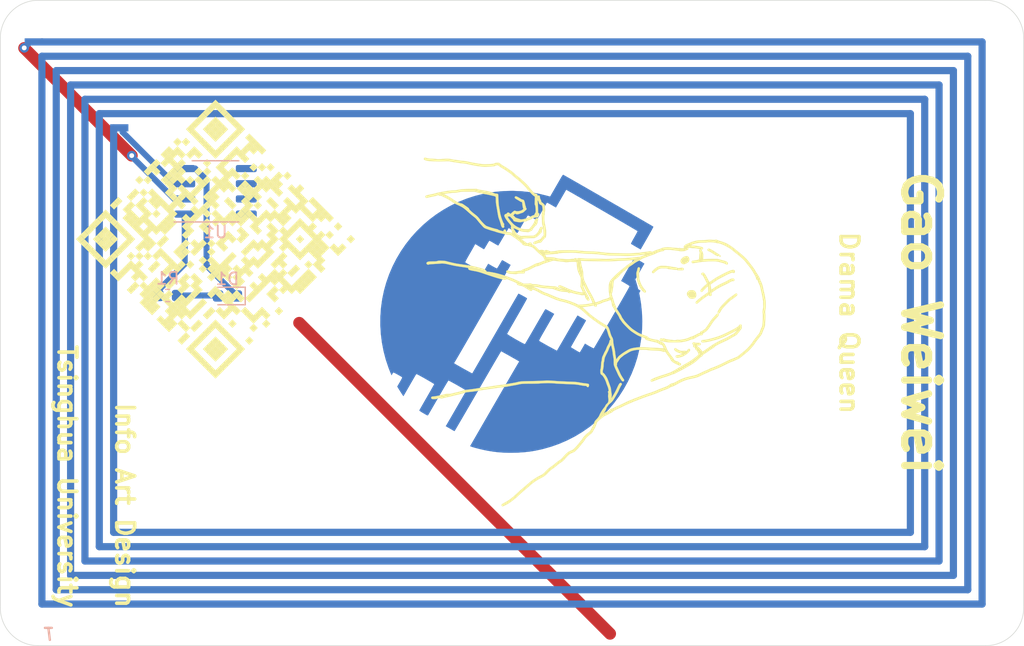
<source format=kicad_pcb>
(kicad_pcb (version 20171130) (host pcbnew "(5.1.9)-1")
  (layers (0 F.Cu signal) (31 B.Cu signal) (34 B.Paste user) (35 F.Paste user) (36 B.SilkS user) (37 F.SilkS user) (38 B.Mask user) (39 F.Mask user) (44 Edge.Cuts user))
  (net 0 "")
  (net 1 "Net-(AE1-Pad2)")
  (net 2 GND)
  (net 3 "Net-(D1-Pad2)")
  (net 4 +3V3)
  (net 5 "Net-(AE1-Pad1)")
  (net 6 "Net-(U1-Pad8)")
  (net 7 "Net-(U1-Pad7)")
  (net 8 "Net-(U1-Pad6)")
  (net 9 "Net-(U1-Pad5)")
  (module Avatars:11高玮蔚 (layer F.Cu) (at 151.86 73.01 270)
    (fp_text reference G*** hide)
    (fp_text value LOGO hide)
  )
  (module Card:FutureInteractionDisconnect (layer B.Cu) (at 142.8 73.01)
    (fp_text reference G*** hide)
    (fp_text value LOGO hide)
    (fp_poly (pts (xy 0.476798 10.843159) (xy 0.984689 10.811521) (xy 1.474558 10.756716) (xy 1.960792 10.677047) (xy 2.457777 10.570817) (xy 2.578206 10.541687) (xy 3.286119 10.341214) (xy 3.97344 10.095386) (xy 4.638474 9.805974) (xy 5.279524 9.474753) (xy 5.894894 9.103496) (xy 6.482888 8.693976) (xy 7.04181 8.247968) (xy 7.569964 7.767244) (xy 8.065655 7.253579) (xy 8.527185 6.708745) (xy 8.952859 6.134517) (xy 9.340981 5.532667) (xy 9.689855 4.90497) (xy 9.997785 4.253199) (xy 10.263075 3.579127) (xy 10.484028 2.884529) (xy 10.658949 2.171177) (xy 10.67963 2.0701) (xy 10.801638 1.330457) (xy 10.873378 0.58695) (xy 10.894846 -0.158117) (xy 10.866035 -0.902439) (xy 10.78694 -1.643714) (xy 10.690058 -2.219732) (xy 10.635958 -2.496365) (xy 10.687195 -2.601827) (xy 10.738433 -2.707288) (xy 10.642725 -2.76237) (xy 10.57361 -2.813266) (xy 10.538395 -2.874747) (xy 10.529264 -2.912089) (xy 10.51508 -2.972243) (xy 10.489173 -3.068151) (xy 10.455095 -3.187118) (xy 10.416403 -3.316451) (xy 10.412243 -3.330031) (xy 10.312976 -3.653336) (xy 10.692223 -4.309184) (xy 11.071471 -4.965031) (xy 10.964985 -5.030828) (xy 10.903142 -5.068253) (xy 10.809179 -5.124154) (xy 10.694928 -5.191533) (xy 10.57222 -5.263392) (xy 10.547784 -5.277639) (xy 10.237069 -5.458652) (xy 10.137689 -5.288376) (xy 9.967675 -4.996343) (xy 9.808924 -4.722203) (xy 9.66303 -4.468783) (xy 9.531585 -4.23891) (xy 9.416183 -4.03541) (xy 9.318418 -3.861108) (xy 9.239884 -3.718833) (xy 9.182173 -3.61141) (xy 9.146879 -3.541665) (xy 9.135596 -3.512425) (xy 9.136046 -3.511716) (xy 9.164063 -3.496979) (xy 9.227852 -3.461062) (xy 9.3194 -3.408548) (xy 9.430696 -3.344018) (xy 9.4996 -3.303792) (xy 9.637811 -3.221258) (xy 9.735593 -3.15862) (xy 9.797636 -3.112437) (xy 9.828633 -3.079266) (xy 9.834027 -3.058465) (xy 9.820177 -3.029499) (xy 9.782837 -2.960241) (xy 9.723931 -2.854025) (xy 9.645384 -2.714183) (xy 9.549119 -2.544049) (xy 9.437062 -2.346956) (xy 9.311138 -2.126238) (xy 9.173271 -1.885229) (xy 9.025385 -1.62726) (xy 8.869405 -1.355667) (xy 8.707256 -1.073782) (xy 8.540863 -0.784938) (xy 8.372149 -0.49247) (xy 8.20304 -0.199709) (xy 8.03546 0.090009) (xy 7.871334 0.373352) (xy 7.712586 0.646987) (xy 7.561141 0.907579) (xy 7.418924 1.151796) (xy 7.287859 1.376305) (xy 7.16987 1.577771) (xy 7.066883 1.752862) (xy 6.980822 1.898244) (xy 6.913611 2.010584) (xy 6.867176 2.086548) (xy 6.84344 2.122803) (xy 6.840974 2.125466) (xy 6.808278 2.117555) (xy 6.738414 2.0862) (xy 6.637449 2.034628) (xy 6.511448 1.966064) (xy 6.36648 1.883737) (xy 6.208612 1.790872) (xy 6.183242 1.77566) (xy 6.105384 1.728857) (xy 5.894063 2.096329) (xy 5.823088 2.218199) (xy 5.760368 2.322976) (xy 5.710386 2.403401) (xy 5.677625 2.452217) (xy 5.667121 2.463723) (xy 5.637825 2.451453) (xy 5.575043 2.418207) (xy 5.487566 2.36919) (xy 5.384183 2.309608) (xy 5.273686 2.244664) (xy 5.164865 2.179564) (xy 5.066509 2.119512) (xy 4.98741 2.069714) (xy 4.936358 2.035373) (xy 4.92158 2.02229) (xy 4.933833 1.99713) (xy 4.969152 1.932263) (xy 5.025133 1.83193) (xy 5.09937 1.700376) (xy 5.189458 1.541844) (xy 5.29299 1.360577) (xy 5.407561 1.160818) (xy 5.530766 0.946812) (xy 5.55997 0.896198) (xy 5.684526 0.680078) (xy 5.80079 0.477699) (xy 5.906391 0.293234) (xy 5.998957 0.130856) (xy 6.076116 -0.00526) (xy 6.135498 -0.110942) (xy 6.17473 -0.182016) (xy 6.191441 -0.214307) (xy 6.191837 -0.215823) (xy 6.169285 -0.229211) (xy 6.111795 -0.262713) (xy 6.028445 -0.311082) (xy 5.928313 -0.369071) (xy 5.820475 -0.43143) (xy 5.714011 -0.492914) (xy 5.617997 -0.548273) (xy 5.541511 -0.592261) (xy 5.493632 -0.61963) (xy 5.483312 -0.625412) (xy 5.468283 -0.605464) (xy 5.430101 -0.545036) (xy 5.370888 -0.447717) (xy 5.292762 -0.317094) (xy 5.197843 -0.156756) (xy 5.088252 0.029711) (xy 4.966108 0.238716) (xy 4.833532 0.466674) (xy 4.692643 0.709995) (xy 4.622009 0.832368) (xy 4.477601 1.082663) (xy 4.340473 1.320067) (xy 4.212756 1.540903) (xy 4.096585 1.741495) (xy 3.994093 1.918167) (xy 3.907414 2.067243) (xy 3.838682 2.185046) (xy 3.790029 2.267902) (xy 3.76359 2.312132) (xy 3.759448 2.318529) (xy 3.735327 2.310133) (xy 3.673365 2.28003) (xy 3.579841 2.231692) (xy 3.461036 2.168593) (xy 3.32323 2.094204) (xy 3.172702 2.011998) (xy 3.015732 1.925448) (xy 2.858599 1.838025) (xy 2.707584 1.753204) (xy 2.568966 1.674455) (xy 2.449025 1.605252) (xy 2.354041 1.549067) (xy 2.290293 1.509373) (xy 2.268843 1.494271) (xy 2.266979 1.47259) (xy 2.284275 1.423159) (xy 2.32229 1.342886) (xy 2.382584 1.228679) (xy 2.466716 1.07745) (xy 2.571794 0.893812) (xy 2.685372 0.697133) (xy 2.81263 0.476767) (xy 2.944466 0.248473) (xy 3.071782 0.028007) (xy 3.185479 -0.168875) (xy 3.215098 -0.220164) (xy 3.525594 -0.757828) (xy 3.167325 -0.963385) (xy 3.0277 -1.042281) (xy 2.925374 -1.096862) (xy 2.854557 -1.129721) (xy 2.809459 -1.14345) (xy 2.784291 -1.140642) (xy 2.779722 -1.13692) (xy 2.762251 -1.109847) (xy 2.721702 -1.042493) (xy 2.660279 -0.938641) (xy 2.580188 -0.802073) (xy 2.483633 -0.63657) (xy 2.372819 -0.445915) (xy 2.249951 -0.233888) (xy 2.117234 -0.004271) (xy 1.976872 0.239154) (xy 1.931765 0.3175) (xy 1.789487 0.564379) (xy 1.654156 0.798552) (xy 1.527975 1.016246) (xy 1.41315 1.21369) (xy 1.311885 1.387112) (xy 1.226383 1.53274) (xy 1.158849 1.646802) (xy 1.111487 1.725526) (xy 1.086501 1.76514) (xy 1.083621 1.768911) (xy 1.054992 1.764093) (xy 0.989356 1.736223) (xy 0.892961 1.688891) (xy 0.772051 1.625688) (xy 0.632874 1.550206) (xy 0.481675 1.466035) (xy 0.324701 1.376766) (xy 0.168198 1.285989) (xy 0.018412 1.197296) (xy -0.118411 1.114277) (xy -0.236023 1.040523) (xy -0.32818 0.979625) (xy -0.388635 0.935174) (xy -0.411141 0.91076) (xy -0.411087 0.909645) (xy -0.397314 0.882444) (xy -0.360221 0.815008) (xy -0.301931 0.711067) (xy -0.22457 0.574353) (xy -0.130263 0.408597) (xy -0.021134 0.217531) (xy 0.100691 0.004887) (xy 0.233087 -0.225605) (xy 0.37393 -0.470213) (xy 0.435504 -0.576974) (xy 0.578763 -0.825951) (xy 0.713878 -1.062143) (xy 0.838786 -1.281859) (xy 0.951428 -1.481408) (xy 1.049742 -1.657099) (xy 1.131668 -1.805241) (xy 1.195145 -1.922143) (xy 1.238112 -2.004114) (xy 1.258508 -2.047464) (xy 1.259813 -2.053333) (xy 1.230636 -2.078021) (xy 1.167549 -2.119077) (xy 1.07968 -2.171534) (xy 0.976157 -2.23043) (xy 0.866109 -2.290799) (xy 0.758664 -2.347679) (xy 0.66295 -2.396104) (xy 0.588097 -2.43111) (xy 0.543232 -2.447734) (xy 0.534867 -2.447568) (xy 0.520172 -2.423431) (xy 0.481517 -2.3577) (xy 0.420304 -2.252797) (xy 0.337934 -2.111144) (xy 0.235808 -1.935163) (xy 0.115329 -1.727276) (xy -0.022102 -1.489904) (xy -0.175083 -1.225471) (xy -0.342214 -0.936399) (xy -0.522091 -0.625108) (xy -0.713315 -0.294021) (xy -0.914482 0.054439) (xy -1.124192 0.417851) (xy -1.341043 0.793792) (xy -1.395948 0.889) (xy -1.614299 1.26758) (xy -1.825822 1.634169) (xy -2.02912 1.986351) (xy -2.222792 2.321708) (xy -2.405442 2.637825) (xy -2.575668 2.932284) (xy -2.732075 3.202668) (xy -2.873262 3.446561) (xy -2.99783 3.661546) (xy -3.104383 3.845206) (xy -3.19152 3.995124) (xy -3.257843 4.108884) (xy -3.301953 4.184069) (xy -3.322453 4.218262) (xy -3.323727 4.220125) (xy -3.347562 4.21091) (xy -3.409249 4.179884) (xy -3.502578 4.13052) (xy -3.62134 4.066293) (xy -3.759327 3.990676) (xy -3.910329 3.907143) (xy -4.068139 3.819169) (xy -4.226546 3.730228) (xy -4.379343 3.643793) (xy -4.520319 3.563339) (xy -4.643268 3.492339) (xy -4.741979 3.434268) (xy -4.810243 3.392599) (xy -4.841853 3.370808) (xy -4.842135 3.370533) (xy -4.838087 3.343162) (xy -4.810259 3.29385) (xy -4.80401 3.284947) (xy -4.780083 3.247421) (xy -4.733048 3.169482) (xy -4.664429 3.053775) (xy -4.575747 2.902948) (xy -4.468526 2.719647) (xy -4.344288 2.506516) (xy -4.204555 2.266204) (xy -4.05085 2.001354) (xy -3.884696 1.714615) (xy -3.707615 1.408631) (xy -3.52113 1.086049) (xy -3.326763 0.749515) (xy -3.126037 0.401675) (xy -2.920474 0.045176) (xy -2.711598 -0.317338) (xy -2.50093 -0.683219) (xy -2.289994 -1.049821) (xy -2.080311 -1.414499) (xy -1.873405 -1.774607) (xy -1.670798 -2.127497) (xy -1.474012 -2.470525) (xy -1.28457 -2.801044) (xy -1.103995 -3.116407) (xy -0.93381 -3.41397) (xy -0.775536 -3.691085) (xy -0.630696 -3.945107) (xy -0.500814 -4.173389) (xy -0.387411 -4.373286) (xy -0.29201 -4.542152) (xy -0.216134 -4.677339) (xy -0.161306 -4.776203) (xy -0.129047 -4.836097) (xy -0.12055 -4.854481) (xy -0.148094 -4.872927) (xy -0.20966 -4.910308) (xy -0.296 -4.96131) (xy -0.397867 -5.020616) (xy -0.506014 -5.08291) (xy -0.611194 -5.142878) (xy -0.70416 -5.195204) (xy -0.775665 -5.234572) (xy -0.816461 -5.255667) (xy -0.822178 -5.2578) (xy -0.838059 -5.236966) (xy -0.874508 -5.179447) (xy -0.926976 -5.092712) (xy -0.990913 -4.984229) (xy -1.032724 -4.912095) (xy -1.102552 -4.79303) (xy -1.165122 -4.690318) (xy -1.215493 -4.611763) (xy -1.248727 -4.565171) (xy -1.258171 -4.55588) (xy -1.288054 -4.564389) (xy -1.35364 -4.59469) (xy -1.446906 -4.642711) (xy -1.559832 -4.70438) (xy -1.637655 -4.748519) (xy -1.990869 -4.951668) (xy -2.149317 -4.679284) (xy -2.217631 -4.562121) (xy -2.283393 -4.449812) (xy -2.338709 -4.355815) (xy -2.373162 -4.297784) (xy -2.438558 -4.188668) (xy -2.546429 -4.262275) (xy -2.597072 -4.294445) (xy -2.684832 -4.3476) (xy -2.80268 -4.417593) (xy -2.943589 -4.500277) (xy -3.100528 -4.591503) (xy -3.2639 -4.68565) (xy -3.424814 -4.778382) (xy -3.572138 -4.864052) (xy -3.699845 -4.939097) (xy -3.80191 -4.999949) (xy -3.872307 -5.043043) (xy -3.90501 -5.064814) (xy -3.905734 -5.065449) (xy -3.910202 -5.082339) (xy -3.901796 -5.116628) (xy -3.878477 -5.17232) (xy -3.838203 -5.25342) (xy -3.778934 -5.363933) (xy -3.698629 -5.507865) (xy -3.595247 -5.68922) (xy -3.531084 -5.800695) (xy -3.432139 -5.972688) (xy -3.341858 -6.130582) (xy -3.263264 -6.269015) (xy -3.19938 -6.382622) (xy -3.153231 -6.466041) (xy -3.127838 -6.513907) (xy -3.123812 -6.523205) (xy -3.111402 -6.557575) (xy -3.100951 -6.57599) (xy -3.080344 -6.590961) (xy -3.043599 -6.583451) (xy -2.980525 -6.550329) (xy -2.942589 -6.52732) (xy -2.749686 -6.408294) (xy -2.597127 -6.315195) (xy -2.482465 -6.246571) (xy -2.403252 -6.200974) (xy -2.357039 -6.176953) (xy -2.343024 -6.1722) (xy -2.324092 -6.193152) (xy -2.285107 -6.251056) (xy -2.230736 -6.338485) (xy -2.165646 -6.448011) (xy -2.120011 -6.527164) (xy -2.050271 -6.647126) (xy -1.987949 -6.749842) (xy -1.937776 -6.827859) (xy -1.904486 -6.873724) (xy -1.894188 -6.882764) (xy -1.865233 -6.870804) (xy -1.800524 -6.837362) (xy -1.708056 -6.786776) (xy -1.595824 -6.723386) (xy -1.520929 -6.6802) (xy -1.401491 -6.611244) (xy -1.297982 -6.552313) (xy -1.218106 -6.507727) (xy -1.169566 -6.481804) (xy -1.158573 -6.477) (xy -1.141528 -6.497567) (xy -1.104805 -6.553403) (xy -1.053996 -6.635708) (xy -1.001138 -6.72465) (xy -0.943078 -6.823665) (xy -0.865712 -6.955218) (xy -0.775624 -7.108136) (xy -0.679395 -7.271248) (xy -0.583609 -7.433381) (xy -0.567759 -7.460184) (xy -0.279207 -7.948068) (xy 0.455887 -7.523734) (xy 0.866825 -8.238617) (xy 0.967402 -8.413009) (xy 1.060911 -8.574047) (xy 1.144103 -8.716219) (xy 1.213727 -8.834015) (xy 1.266536 -8.921926) (xy 1.299281 -8.974441) (xy 1.307807 -8.986519) (xy 1.327383 -8.994683) (xy 1.363309 -8.987875) (xy 1.421643 -8.963388) (xy 1.508445 -8.918513) (xy 1.629772 -8.850544) (xy 1.691276 -8.815157) (xy 1.811773 -8.746037) (xy 1.916721 -8.6869) (xy 1.998341 -8.642044) (xy 2.048855 -8.615768) (xy 2.061268 -8.610688) (xy 2.077453 -8.631871) (xy 2.115688 -8.692012) (xy 2.172874 -8.78593) (xy 2.245914 -8.908443) (xy 2.331708 -9.054371) (xy 2.427158 -9.218533) (xy 2.490374 -9.32815) (xy 2.590527 -9.502048) (xy 2.682946 -9.661936) (xy 2.764507 -9.802454) (xy 2.832086 -9.918243) (xy 2.88256 -10.003945) (xy 2.912803 -10.054199) (xy 2.919983 -10.065158) (xy 2.946486 -10.059565) (xy 3.009077 -10.031782) (xy 3.100194 -9.985601) (xy 3.212271 -9.924811) (xy 3.304985 -9.872229) (xy 3.672914 -9.659841) (xy 4.531862 -11.148983) (xy 4.647181 -11.084657) (xy 4.745495 -11.029327) (xy 4.878742 -10.953582) (xy 5.043824 -10.85922) (xy 5.237643 -10.74804) (xy 5.4571 -10.62184) (xy 5.699097 -10.482418) (xy 5.960536 -10.331574) (xy 6.238318 -10.171106) (xy 6.529346 -10.002811) (xy 6.830521 -9.82849) (xy 7.138744 -9.64994) (xy 7.450919 -9.468959) (xy 7.763945 -9.287347) (xy 8.074726 -9.106902) (xy 8.380163 -8.929423) (xy 8.677157 -8.756707) (xy 8.962611 -8.590554) (xy 9.233426 -8.432762) (xy 9.486504 -8.28513) (xy 9.718747 -8.149456) (xy 9.927056 -8.027539) (xy 10.108334 -7.921176) (xy 10.259481 -7.832168) (xy 10.377401 -7.762312) (xy 10.458993 -7.713406) (xy 10.501161 -7.68725) (xy 10.506485 -7.683316) (xy 10.497286 -7.654357) (xy 10.46572 -7.588192) (xy 10.415246 -7.49136) (xy 10.349323 -7.3704) (xy 10.271409 -7.231851) (xy 10.224413 -7.150028) (xy 10.141958 -7.005108) (xy 10.070332 -6.874558) (xy 10.012842 -6.7648) (xy 9.972795 -6.682257) (xy 9.9535 -6.63335) (xy 9.953021 -6.623018) (xy 9.980019 -6.604656) (xy 10.041235 -6.567003) (xy 10.128288 -6.514927) (xy 10.232797 -6.453294) (xy 10.346382 -6.386968) (xy 10.460661 -6.320818) (xy 10.567255 -6.259708) (xy 10.657782 -6.208505) (xy 10.723862 -6.172076) (xy 10.757113 -6.155285) (xy 10.759427 -6.154793) (xy 10.772426 -6.177069) (xy 10.808159 -6.238814) (xy 10.864001 -6.335479) (xy 10.937327 -6.462514) (xy 11.025512 -6.615372) (xy 11.12593 -6.789503) (xy 11.235957 -6.980358) (xy 11.302268 -7.095411) (xy 11.424496 -7.308908) (xy 11.534096 -7.503137) (xy 11.62898 -7.674229) (xy 11.707058 -7.818311) (xy 11.766244 -7.931512) (xy 11.804449 -8.009962) (xy 11.819584 -8.049789) (xy 11.819201 -8.053758) (xy 11.793341 -8.070444) (xy 11.726342 -8.110703) (xy 11.620964 -8.172945) (xy 11.479967 -8.255581) (xy 11.306114 -8.35702) (xy 11.102164 -8.475674) (xy 10.870878 -8.609951) (xy 10.615018 -8.758263) (xy 10.337343 -8.91902) (xy 10.040614 -9.090632) (xy 9.727593 -9.27151) (xy 9.40104 -9.460063) (xy 9.063716 -9.654702) (xy 8.718381 -9.853837) (xy 8.367797 -10.055878) (xy 8.014724 -10.259236) (xy 7.661922 -10.462322) (xy 7.312153 -10.663544) (xy 6.968178 -10.861314) (xy 6.632756 -11.054042) (xy 6.30865 -11.240138) (xy 5.998619 -11.418012) (xy 5.705424 -11.586075) (xy 5.431827 -11.742737) (xy 5.180587 -11.886409) (xy 4.954466 -12.015499) (xy 4.756225 -12.12842) (xy 4.588623 -12.22358) (xy 4.454423 -12.299391) (xy 4.356384 -12.354262) (xy 4.297268 -12.386604) (xy 4.279741 -12.3952) (xy 4.250856 -12.374613) (xy 4.20655 -12.320076) (xy 4.155381 -12.242424) (xy 4.144306 -12.22375) (xy 4.10714 -12.159655) (xy 4.048542 -12.058342) (xy 3.972437 -11.92661) (xy 3.882752 -11.771259) (xy 3.783412 -11.599088) (xy 3.678343 -11.416897) (xy 3.620006 -11.3157) (xy 3.518863 -11.140318) (xy 3.426042 -10.979555) (xy 3.344523 -10.838554) (xy 3.277283 -10.722459) (xy 3.227302 -10.636417) (xy 3.197559 -10.58557) (xy 3.190352 -10.573648) (xy 3.16546 -10.578053) (xy 3.100997 -10.593975) (xy 3.006248 -10.619014) (xy 2.890498 -10.650768) (xy 2.868982 -10.656778) (xy 2.179465 -10.824098) (xy 1.473229 -10.945348) (xy 0.755268 -11.020388) (xy 0.030576 -11.049075) (xy -0.695852 -11.031266) (xy -1.419022 -10.966818) (xy -2.13394 -10.85559) (xy -2.377149 -10.806469) (xy -3.091019 -10.628093) (xy -3.78564 -10.403717) (xy -4.459279 -10.135027) (xy -5.110204 -9.823706) (xy -5.73668 -9.47144) (xy -6.336975 -9.079914) (xy -6.909355 -8.650813) (xy -7.452089 -8.185823) (xy -7.963441 -7.686626) (xy -8.44168 -7.15491) (xy -8.885073 -6.592358) (xy -9.291885 -6.000657) (xy -9.660384 -5.381489) (xy -9.988838 -4.736542) (xy -10.275512 -4.067499) (xy -10.518674 -3.376045) (xy -10.705417 -2.709609) (xy -10.855206 -1.996713) (xy -10.956265 -1.273971) (xy -11.008864 -0.544935) (xy -11.013276 0.186843) (xy -10.96977 0.917811) (xy -10.878618 1.644416) (xy -10.740092 2.363108) (xy -10.554461 3.070334) (xy -10.321997 3.762541) (xy -10.185078 4.109643) (xy -10.07652 4.371185) (xy -10.014684 4.26232) (xy -9.973392 4.195385) (xy -9.938334 4.148296) (xy -9.926474 4.137155) (xy -9.897913 4.144185) (xy -9.834872 4.172127) (xy -9.746552 4.215965) (xy -9.642155 4.270678) (xy -9.530883 4.331248) (xy -9.421938 4.392656) (xy -9.324521 4.449883) (xy -9.247835 4.497909) (xy -9.201081 4.531717) (xy -9.198038 4.534467) (xy -9.188641 4.552931) (xy -9.192238 4.584273) (xy -9.211619 4.634749) (xy -9.249572 4.710616) (xy -9.30889 4.818128) (xy -9.379424 4.941202) (xy -9.595673 5.315065) (xy -9.542201 5.407083) (xy -9.495868 5.484434) (xy -9.433425 5.585479) (xy -9.362038 5.698978) (xy -9.288871 5.813695) (xy -9.22109 5.918392) (xy -9.16586 6.001832) (xy -9.1313 6.051501) (xy -9.0805 6.119745) (xy -8.560943 5.216605) (xy -8.447866 5.020317) (xy -8.341986 4.837045) (xy -8.246126 4.671634) (xy -8.163107 4.52893) (xy -8.09575 4.41378) (xy -8.046879 4.33103) (xy -8.019314 4.285524) (xy -8.014843 4.27878) (xy -7.999627 4.273543) (xy -7.967701 4.280546) (xy -7.915107 4.30179) (xy -7.837885 4.339275) (xy -7.732077 4.395003) (xy -7.593726 4.470975) (xy -7.418872 4.569192) (xy -7.24535 4.667806) (xy -7.069041 4.768995) (xy -6.907678 4.862832) (xy -6.766374 4.946249) (xy -6.650242 5.016177) (xy -6.564394 5.069546) (xy -6.513942 5.103289) (xy -6.5024 5.113779) (xy -6.514744 5.139551) (xy -6.550146 5.204943) (xy -6.606162 5.305639) (xy -6.68035 5.437321) (xy -6.770267 5.595674) (xy -6.873469 5.776382) (xy -6.987512 5.975129) (xy -7.109955 6.187599) (xy -7.124863 6.213408) (xy -7.248334 6.427429) (xy -7.363912 6.628381) (xy -7.469126 6.811922) (xy -7.561504 6.973712) (xy -7.638573 7.109408) (xy -7.697861 7.214669) (xy -7.736897 7.285154) (xy -7.753209 7.316522) (xy -7.753513 7.317416) (xy -7.734805 7.33856) (xy -7.679116 7.379844) (xy -7.593686 7.436403) (xy -7.485756 7.503373) (xy -7.407105 7.550102) (xy -7.273259 7.627504) (xy -7.176164 7.68116) (xy -7.109295 7.713926) (xy -7.066124 7.728655) (xy -7.040125 7.728203) (xy -7.025798 7.716885) (xy -7.008417 7.68856) (xy -6.967898 7.620001) (xy -6.906444 7.515003) (xy -6.826258 7.377358) (xy -6.729543 7.210863) (xy -6.618502 7.01931) (xy -6.495339 6.806494) (xy -6.362256 6.576208) (xy -6.221456 6.332248) (xy -6.17358 6.249223) (xy -6.030885 6.002351) (xy -5.895079 5.768628) (xy -5.768362 5.551761) (xy -5.652934 5.355458) (xy -5.550995 5.183424) (xy -5.464744 5.039367) (xy -5.396382 4.926994) (xy -5.348109 4.850011) (xy -5.322124 4.812126) (xy -5.31873 4.8088) (xy -5.291092 4.818252) (xy -5.22652 4.849717) (xy -5.131197 4.899669) (xy -5.011306 4.964584) (xy -4.873028 5.040937) (xy -4.722548 5.125203) (xy -4.566048 5.213858) (xy -4.40971 5.303377) (xy -4.259718 5.390236) (xy -4.122254 5.470909) (xy -4.0035 5.541872) (xy -3.90964 5.599601) (xy -3.846857 5.64057) (xy -3.821332 5.661255) (xy -3.821163 5.662539) (xy -3.834986 5.686479) (xy -3.872027 5.750678) (xy -3.930125 5.851386) (xy -4.007118 5.984856) (xy -4.100845 6.147341) (xy -4.209143 6.335093) (xy -4.329851 6.544364) (xy -4.460806 6.771406) (xy -4.599848 7.012472) (xy -4.635278 7.0739) (xy -4.777342 7.320144) (xy -4.912933 7.555043) (xy -5.039747 7.774611) (xy -5.155478 7.974864) (xy -5.257823 8.151818) (xy -5.344476 8.301489) (xy -5.413132 8.419891) (xy -5.461488 8.503041) (xy -5.487237 8.546954) (xy -5.489459 8.550657) (xy -5.537891 8.630414) (xy -5.183336 8.836407) (xy -5.062378 8.905981) (xy -4.95657 8.965514) (xy -4.873764 9.010693) (xy -4.821815 9.037205) (xy -4.808341 9.042384) (xy -4.793541 9.02077) (xy -4.754785 8.957527) (xy -4.693468 8.855046) (xy -4.610985 8.715719) (xy -4.508733 8.54194) (xy -4.388107 8.3361) (xy -4.250502 8.100592) (xy -4.097313 7.837807) (xy -3.929938 7.550139) (xy -3.74977 7.239978) (xy -3.558205 6.909718) (xy -3.35664 6.56175) (xy -3.146469 6.198467) (xy -2.929089 5.822261) (xy -2.859819 5.702284) (xy -2.640444 5.322512) (xy -2.427811 4.954916) (xy -2.223316 4.601889) (xy -2.028357 4.265822) (xy -1.844333 3.949108) (xy -1.67264 3.65414) (xy -1.514676 3.38331) (xy -1.371838 3.139011) (xy -1.245525 2.923634) (xy -1.137133 2.739574) (xy -1.048061 2.589221) (xy -0.979706 2.474969) (xy -0.933465 2.39921) (xy -0.910737 2.364336) (xy -0.908677 2.3622) (xy -0.883983 2.374197) (xy -0.821417 2.407837) (xy -0.727235 2.459595) (xy -0.607691 2.525945) (xy -0.469041 2.603361) (xy -0.317539 2.688318) (xy -0.159441 2.77729) (xy -0.001002 2.866752) (xy 0.151523 2.953178) (xy 0.291879 3.033042) (xy 0.413811 3.102819) (xy 0.511064 3.158982) (xy 0.577382 3.198008) (xy 0.605815 3.21583) (xy 0.597824 3.238062) (xy 0.567109 3.28585) (xy 0.55202 3.306682) (xy 0.533848 3.33594) (xy 0.491753 3.406662) (xy 0.427202 3.516313) (xy 0.341664 3.662358) (xy 0.236609 3.842263) (xy 0.113506 4.053493) (xy -0.026177 4.293515) (xy -0.180972 4.559792) (xy -0.349408 4.849792) (xy -0.530017 5.160979) (xy -0.72133 5.490818) (xy -0.921879 5.836776) (xy -1.130194 6.196318) (xy -1.344806 6.566908) (xy -1.564248 6.946013) (xy -1.787048 7.331099) (xy -2.01174 7.71963) (xy -2.236854 8.109072) (xy -2.46092 8.49689) (xy -2.682471 8.880551) (xy -2.900037 9.257518) (xy -3.112149 9.625259) (xy -3.317339 9.981238) (xy -3.496308 10.291954) (xy -3.479985 10.309903) (xy -3.420145 10.336587) (xy -3.323004 10.370372) (xy -3.194775 10.409626) (xy -3.041674 10.452715) (xy -2.869914 10.498006) (xy -2.685711 10.543866) (xy -2.495278 10.588661) (xy -2.30483 10.63076) (xy -2.120582 10.668528) (xy -1.948748 10.700332) (xy -1.9304 10.703476) (xy -1.598835 10.755753) (xy -1.288473 10.795474) (xy -0.984184 10.823852) (xy -0.670839 10.842104) (xy -0.333305 10.851442) (xy -0.0635 10.853328) (xy 0.476798 10.843159)) (layer B.Cu) (width 0.01))
  )
  (module Card:interact.cool (layer F.Cu) (at 118 66 45)
    (fp_text reference QR hide)
    (fp_text value https://interact.cool/ hide)
  )
  (module Card:NFC-Antenna_6_79.24x47.62_0.6x0.6mm (layer B.Cu) (at 142.8 73.01)
    (fp_text reference AE1 hide)
    (fp_text value Antenna_Loop)
    (fp_line (start -39.32 -23.51) (end 39.32 -23.51) (layer B.Cu) (width 0.6))
    (fp_line (start 39.32 -23.51) (end 39.32 23.51) (layer B.Cu) (width 0.6))
    (fp_line (start 39.32 23.51) (end -39.32 23.51) (layer B.Cu) (width 0.6))
    (fp_line (start -39.32 23.51) (end -39.32 -22.31) (layer B.Cu) (width 0.6))
    (fp_line (start -39.32 -22.31) (end 38.12 -22.31) (layer B.Cu) (width 0.6))
    (fp_line (start 38.12 -22.31) (end 38.12 22.31) (layer B.Cu) (width 0.6))
    (fp_line (start 38.12 22.31) (end -38.12 22.31) (layer B.Cu) (width 0.6))
    (fp_line (start -38.12 22.31) (end -38.12 -21.11) (layer B.Cu) (width 0.6))
    (fp_line (start -38.12 -21.11) (end 36.92 -21.11) (layer B.Cu) (width 0.6))
    (fp_line (start 36.92 -21.11) (end 36.92 21.11) (layer B.Cu) (width 0.6))
    (fp_line (start 36.92 21.11) (end -36.92 21.11) (layer B.Cu) (width 0.6))
    (fp_line (start -36.92 21.11) (end -36.92 -19.91) (layer B.Cu) (width 0.6))
    (fp_line (start -36.92 -19.91) (end 35.72 -19.91) (layer B.Cu) (width 0.6))
    (fp_line (start 35.72 -19.91) (end 35.72 19.91) (layer B.Cu) (width 0.6))
    (fp_line (start 35.72 19.91) (end -35.72 19.91) (layer B.Cu) (width 0.6))
    (fp_line (start -35.72 19.91) (end -35.72 -18.71) (layer B.Cu) (width 0.6))
    (fp_line (start -35.72 -18.71) (end 34.52 -18.71) (layer B.Cu) (width 0.6))
    (fp_line (start 34.52 -18.71) (end 34.52 18.71) (layer B.Cu) (width 0.6))
    (fp_line (start 34.52 18.71) (end -34.52 18.71) (layer B.Cu) (width 0.6))
    (fp_line (start -34.52 18.71) (end -34.52 -17.51) (layer B.Cu) (width 0.6))
    (fp_line (start -34.52 -17.51) (end 33.32 -17.51) (layer B.Cu) (width 0.6))
    (fp_line (start 33.32 -17.51) (end 33.32 17.51) (layer B.Cu) (width 0.6))
    (fp_line (start 33.32 17.51) (end -33.32 17.51) (layer B.Cu) (width 0.6))
    (fp_line (start -33.32 17.51) (end -33.32 -16.31) (layer B.Cu) (width 0.6))
    (pad 2 smd rect (at -40 -23.51) (size 1.524 0.6) (layers B.Cu) (net 1 "Net-(AE1-Pad2)"))
    (pad 1 smd rect (at -32.85 -16.325) (size 1.524 0.6) (layers B.Cu) (net 5 "Net-(AE1-Pad1)"))
  )
  (module Package_SO:SO-8_3.9x4.9mm_P1.27mm (layer B.Cu) (at 118 62)
    (fp_text reference U1 (at 0 3.4) (layer B.SilkS) (effects (justify mirror)))
    (fp_text value M24LR04E-R)
    (pad 8 smd roundrect (at 2.575 1.905) (size 1.75 0.6) (layers B.Cu B.Paste B.Mask) (net 6 "Net-(U1-Pad8)"))
    (pad 7 smd roundrect (at 2.575 0.635) (size 1.75 0.6) (layers B.Cu B.Paste B.Mask) (net 7 "Net-(U1-Pad7)"))
    (pad 6 smd roundrect (at 2.575 -0.635) (size 1.75 0.6) (layers B.Cu B.Paste B.Mask) (net 8 "Net-(U1-Pad6)"))
    (pad 5 smd roundrect (at 2.575 -1.905) (size 1.75 0.6) (layers B.Cu B.Paste B.Mask) (net 9 "Net-(U1-Pad5)"))
    (pad 4 smd roundrect (at -2.575 -1.905) (size 1.75 0.6) (layers B.Cu B.Paste B.Mask) (net 2 GND))
    (pad 3 smd roundrect (at -2.575 -0.635) (size 1.75 0.6) (layers B.Cu B.Paste B.Mask) (net 5 "Net-(AE1-Pad1)"))
    (pad 2 smd roundrect (at -2.575 0.635) (size 1.75 0.6) (layers B.Cu B.Paste B.Mask) (net 1 "Net-(AE1-Pad2)"))
    (pad 1 smd roundrect (at -2.575 1.905) (size 1.75 0.6) (layers B.Cu B.Paste B.Mask) (net 4 +3V3))
  )
  (module Resistor_SMD:R_0603_1608Metric (layer B.Cu) (at 114 70.71 180)
    (fp_text reference R1 (at 0 1.43) (layer B.SilkS) (effects (justify mirror)))
    (fp_text value R)
    (pad 2 smd roundrect (at 0.7875 0 180) (size 0.875 0.95) (layers B.Cu B.Paste B.Mask) (net 4 +3V3))
    (pad 1 smd roundrect (at -0.7875 0 180) (size 0.875 0.95) (layers B.Cu B.Paste B.Mask) (net 3 "Net-(D1-Pad2)"))
  )
  (module LED_SMD:LED_0603_1608Metric (layer B.Cu) (at 119 70.75 180)
    (fp_text reference D1 (at 0 1.43) (layer B.SilkS) (effects (justify mirror)))
    (fp_text value LED)
    (pad 2 smd roundrect (at 0.7875 0 180) (size 0.875 0.95) (layers B.Cu B.Paste B.Mask) (net 3 "Net-(D1-Pad2)"))
    (pad 1 smd roundrect (at -0.7875 0 180) (size 0.875 0.95) (layers B.Cu B.Paste B.Mask) (net 2 GND))
  )
  (gr_text T (at 104.14 99.06) (layer B.SilkS) (effects (font (size 1 1) (thickness 0.2) italic) (justify mirror)))
  (gr_text "Info Art Design\n\nTsinghua University" (at 108 97 270) (layer F.SilkS) (effects (font (size 1.5 1.5) (thickness 0.3)) (justify right)))
  (gr_text "Drama Queen" (at 171 73 -90) (layer F.SilkS) (effects (font (size 1.5 1.5) (thickness 0.3))))
  (gr_text "Gao Weiwei" (at 177 73 -90) (layer F.SilkS) (effects (font (size 3 3) (thickness 0.6))))
  (gr_line (start 103.18 100) (end 182.42 100) (layer Edge.Cuts) (width 0.05))
  (gr_line (start 185.6 49.2) (end 185.6 96.82) (layer Edge.Cuts) (width 0.05))
  (gr_line (start 100 49.2) (end 100 96.82) (layer Edge.Cuts) (width 0.05))
  (gr_line (start 103.18 46.02) (end 182.42 46.02) (layer Edge.Cuts) (width 0.05))
  (gr_arc (start 103.18 49.2) (end 103.18 46.02) (angle -90) (layer Edge.Cuts) (width 0.05))
  (gr_arc (start 182.42 49.2) (end 185.6 49.2) (angle -90) (layer Edge.Cuts) (width 0.05))
  (gr_arc (start 103.18 96.82) (end 100 96.82) (angle -90) (layer Edge.Cuts) (width 0.05))
  (gr_arc (start 182.42 96.82) (end 182.42 100) (angle -90) (layer Edge.Cuts) (width 0.05))
  (segment (start 125 73) (end 151 99) (width 1) (layer F.Cu) (net 0))
  (via (at 110.991459 59.008541) (size 0.8) (drill 0.4) (layers F.Cu B.Cu) (net 1))
  (segment (start 110.991459 59.076459) (end 110.991459 59.008541) (width 0.5) (layer B.Cu) (net 1))
  (segment (start 115.425 62.635) (end 114.55 62.635) (width 0.5) (layer B.Cu) (net 1))
  (segment (start 114.55 62.635) (end 110.991459 59.076459) (width 0.5) (layer B.Cu) (net 1))
  (via (at 102 50) (size 0.8) (drill 0.4) (layers F.Cu B.Cu) (net 1))
  (segment (start 110.991459 59.008541) (end 102 50.017082) (width 1) (layer F.Cu) (net 1))
  (segment (start 102 50.017082) (end 102 50) (width 0.5) (layer F.Cu) (net 1))
  (segment (start 102.5 49.5) (end 102.72999 49.5) (width 0.5) (layer B.Cu) (net 1))
  (segment (start 102 50) (end 102.5 49.5) (width 0.5) (layer B.Cu) (net 1))
  (segment (start 116.3 60.095) (end 117.25 61.045) (width 0.5) (layer B.Cu) (net 2))
  (segment (start 115.425 60.095) (end 116.3 60.095) (width 0.5) (layer B.Cu) (net 2))
  (segment (start 117.25 68.2125) (end 119.7875 70.75) (width 0.5) (layer B.Cu) (net 2))
  (segment (start 117.25 61.045) (end 117.25 68.2125) (width 0.5) (layer B.Cu) (net 2))
  (segment (start 118.1725 70.71) (end 118.2125 70.75) (width 0.5) (layer B.Cu) (net 3))
  (segment (start 114.7875 70.71) (end 118.1725 70.71) (width 0.5) (layer B.Cu) (net 3))
  (segment (start 115.425 63.905) (end 115.425 68.075) (width 0.5) (layer B.Cu) (net 4))
  (segment (start 113.2125 70.2875) (end 113.2125 70.71) (width 0.5) (layer B.Cu) (net 4))
  (segment (start 115.425 68.075) (end 113.2125 70.2875) (width 0.5) (layer B.Cu) (net 4))
  (segment (start 110.23001 57.04501) (end 110.23001 56.685) (width 0.5) (layer B.Cu) (net 5))
  (segment (start 115.425 61.365) (end 114.55 61.365) (width 0.5) (layer B.Cu) (net 5))
  (segment (start 114.55 61.365) (end 110.23001 57.04501) (width 0.5) (layer B.Cu) (net 5))
)
</source>
